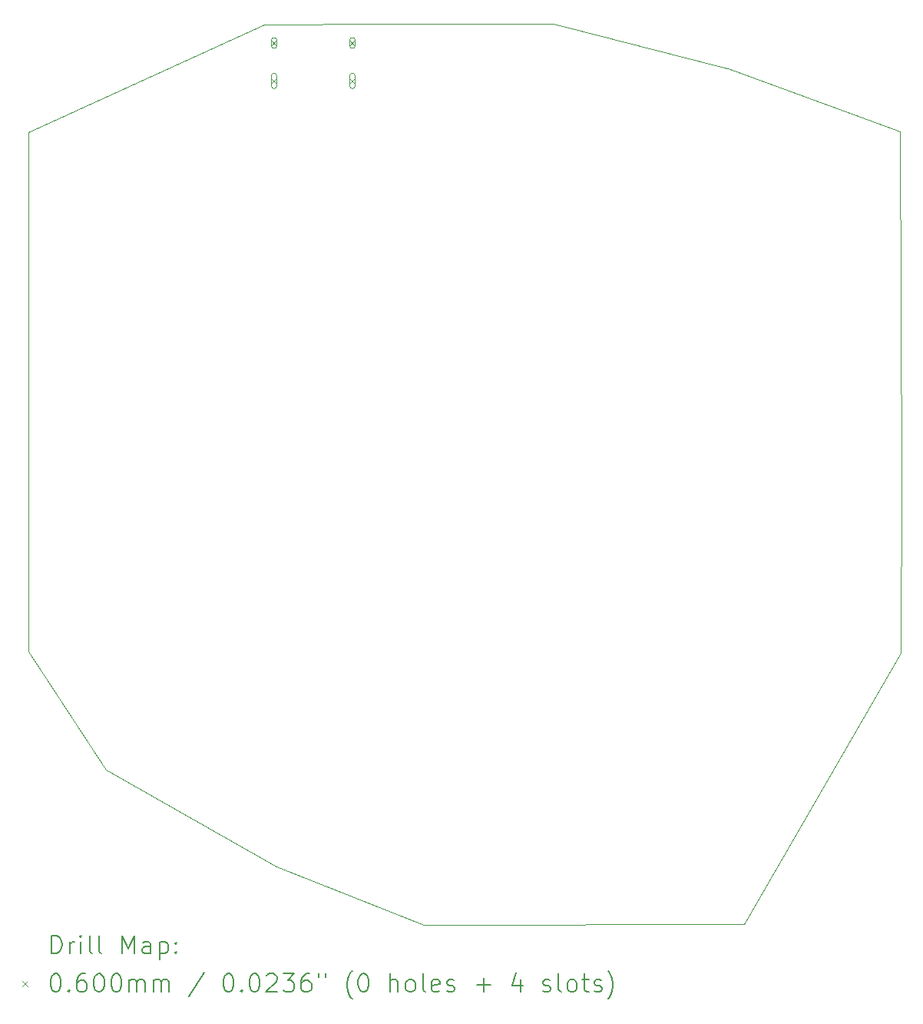
<source format=gbr>
%TF.GenerationSoftware,KiCad,Pcbnew,7.0.9-7.0.9~ubuntu22.04.1*%
%TF.CreationDate,2023-11-28T13:06:25+03:00*%
%TF.ProjectId,Keeb,4b656562-2e6b-4696-9361-645f70636258,rev?*%
%TF.SameCoordinates,Original*%
%TF.FileFunction,Drillmap*%
%TF.FilePolarity,Positive*%
%FSLAX45Y45*%
G04 Gerber Fmt 4.5, Leading zero omitted, Abs format (unit mm)*
G04 Created by KiCad (PCBNEW 7.0.9-7.0.9~ubuntu22.04.1) date 2023-11-28 13:06:25*
%MOMM*%
%LPD*%
G01*
G04 APERTURE LIST*
%ADD10C,0.050000*%
%ADD11C,0.200000*%
%ADD12C,0.100000*%
G04 APERTURE END LIST*
D10*
X17893000Y-3886000D02*
X17900000Y-3886000D01*
X19800000Y-4582000D01*
X19810000Y-8436000D01*
X19805000Y-10328000D01*
X18076000Y-13319000D01*
X14544000Y-13327000D01*
X12922000Y-12678000D01*
X11043000Y-11612000D01*
X10190000Y-10309294D01*
X10183000Y-4587294D01*
X12789000Y-3399000D01*
X14076000Y-3396294D01*
X15976000Y-3396294D01*
X17893000Y-3886000D01*
D11*
D12*
X12864500Y-3574000D02*
X12924500Y-3634000D01*
X12924500Y-3574000D02*
X12864500Y-3634000D01*
X12924500Y-3634000D02*
X12924500Y-3574000D01*
X12924500Y-3574000D02*
G75*
G03*
X12864500Y-3574000I-30000J0D01*
G01*
X12864500Y-3574000D02*
X12864500Y-3634000D01*
X12864500Y-3634000D02*
G75*
G03*
X12924500Y-3634000I30000J0D01*
G01*
X12864500Y-3992000D02*
X12924500Y-4052000D01*
X12924500Y-3992000D02*
X12864500Y-4052000D01*
X12924500Y-4077000D02*
X12924500Y-3967000D01*
X12924500Y-3967000D02*
G75*
G03*
X12864500Y-3967000I-30000J0D01*
G01*
X12864500Y-3967000D02*
X12864500Y-4077000D01*
X12864500Y-4077000D02*
G75*
G03*
X12924500Y-4077000I30000J0D01*
G01*
X13728500Y-3574000D02*
X13788500Y-3634000D01*
X13788500Y-3574000D02*
X13728500Y-3634000D01*
X13788500Y-3634000D02*
X13788500Y-3574000D01*
X13788500Y-3574000D02*
G75*
G03*
X13728500Y-3574000I-30000J0D01*
G01*
X13728500Y-3574000D02*
X13728500Y-3634000D01*
X13728500Y-3634000D02*
G75*
G03*
X13788500Y-3634000I30000J0D01*
G01*
X13728500Y-3992000D02*
X13788500Y-4052000D01*
X13788500Y-3992000D02*
X13728500Y-4052000D01*
X13788500Y-4077000D02*
X13788500Y-3967000D01*
X13788500Y-3967000D02*
G75*
G03*
X13728500Y-3967000I-30000J0D01*
G01*
X13728500Y-3967000D02*
X13728500Y-4077000D01*
X13728500Y-4077000D02*
G75*
G03*
X13788500Y-4077000I30000J0D01*
G01*
D11*
X10441277Y-13640984D02*
X10441277Y-13440984D01*
X10441277Y-13440984D02*
X10488896Y-13440984D01*
X10488896Y-13440984D02*
X10517467Y-13450508D01*
X10517467Y-13450508D02*
X10536515Y-13469555D01*
X10536515Y-13469555D02*
X10546039Y-13488603D01*
X10546039Y-13488603D02*
X10555563Y-13526698D01*
X10555563Y-13526698D02*
X10555563Y-13555269D01*
X10555563Y-13555269D02*
X10546039Y-13593365D01*
X10546039Y-13593365D02*
X10536515Y-13612412D01*
X10536515Y-13612412D02*
X10517467Y-13631460D01*
X10517467Y-13631460D02*
X10488896Y-13640984D01*
X10488896Y-13640984D02*
X10441277Y-13640984D01*
X10641277Y-13640984D02*
X10641277Y-13507650D01*
X10641277Y-13545746D02*
X10650801Y-13526698D01*
X10650801Y-13526698D02*
X10660324Y-13517174D01*
X10660324Y-13517174D02*
X10679372Y-13507650D01*
X10679372Y-13507650D02*
X10698420Y-13507650D01*
X10765086Y-13640984D02*
X10765086Y-13507650D01*
X10765086Y-13440984D02*
X10755563Y-13450508D01*
X10755563Y-13450508D02*
X10765086Y-13460031D01*
X10765086Y-13460031D02*
X10774610Y-13450508D01*
X10774610Y-13450508D02*
X10765086Y-13440984D01*
X10765086Y-13440984D02*
X10765086Y-13460031D01*
X10888896Y-13640984D02*
X10869848Y-13631460D01*
X10869848Y-13631460D02*
X10860324Y-13612412D01*
X10860324Y-13612412D02*
X10860324Y-13440984D01*
X10993658Y-13640984D02*
X10974610Y-13631460D01*
X10974610Y-13631460D02*
X10965086Y-13612412D01*
X10965086Y-13612412D02*
X10965086Y-13440984D01*
X11222229Y-13640984D02*
X11222229Y-13440984D01*
X11222229Y-13440984D02*
X11288896Y-13583841D01*
X11288896Y-13583841D02*
X11355562Y-13440984D01*
X11355562Y-13440984D02*
X11355562Y-13640984D01*
X11536515Y-13640984D02*
X11536515Y-13536222D01*
X11536515Y-13536222D02*
X11526991Y-13517174D01*
X11526991Y-13517174D02*
X11507943Y-13507650D01*
X11507943Y-13507650D02*
X11469848Y-13507650D01*
X11469848Y-13507650D02*
X11450801Y-13517174D01*
X11536515Y-13631460D02*
X11517467Y-13640984D01*
X11517467Y-13640984D02*
X11469848Y-13640984D01*
X11469848Y-13640984D02*
X11450801Y-13631460D01*
X11450801Y-13631460D02*
X11441277Y-13612412D01*
X11441277Y-13612412D02*
X11441277Y-13593365D01*
X11441277Y-13593365D02*
X11450801Y-13574317D01*
X11450801Y-13574317D02*
X11469848Y-13564793D01*
X11469848Y-13564793D02*
X11517467Y-13564793D01*
X11517467Y-13564793D02*
X11536515Y-13555269D01*
X11631753Y-13507650D02*
X11631753Y-13707650D01*
X11631753Y-13517174D02*
X11650801Y-13507650D01*
X11650801Y-13507650D02*
X11688896Y-13507650D01*
X11688896Y-13507650D02*
X11707943Y-13517174D01*
X11707943Y-13517174D02*
X11717467Y-13526698D01*
X11717467Y-13526698D02*
X11726991Y-13545746D01*
X11726991Y-13545746D02*
X11726991Y-13602888D01*
X11726991Y-13602888D02*
X11717467Y-13621936D01*
X11717467Y-13621936D02*
X11707943Y-13631460D01*
X11707943Y-13631460D02*
X11688896Y-13640984D01*
X11688896Y-13640984D02*
X11650801Y-13640984D01*
X11650801Y-13640984D02*
X11631753Y-13631460D01*
X11812705Y-13621936D02*
X11822229Y-13631460D01*
X11822229Y-13631460D02*
X11812705Y-13640984D01*
X11812705Y-13640984D02*
X11803182Y-13631460D01*
X11803182Y-13631460D02*
X11812705Y-13621936D01*
X11812705Y-13621936D02*
X11812705Y-13640984D01*
X11812705Y-13517174D02*
X11822229Y-13526698D01*
X11822229Y-13526698D02*
X11812705Y-13536222D01*
X11812705Y-13536222D02*
X11803182Y-13526698D01*
X11803182Y-13526698D02*
X11812705Y-13517174D01*
X11812705Y-13517174D02*
X11812705Y-13536222D01*
D12*
X10120500Y-13939500D02*
X10180500Y-13999500D01*
X10180500Y-13939500D02*
X10120500Y-13999500D01*
D11*
X10479372Y-13860984D02*
X10498420Y-13860984D01*
X10498420Y-13860984D02*
X10517467Y-13870508D01*
X10517467Y-13870508D02*
X10526991Y-13880031D01*
X10526991Y-13880031D02*
X10536515Y-13899079D01*
X10536515Y-13899079D02*
X10546039Y-13937174D01*
X10546039Y-13937174D02*
X10546039Y-13984793D01*
X10546039Y-13984793D02*
X10536515Y-14022888D01*
X10536515Y-14022888D02*
X10526991Y-14041936D01*
X10526991Y-14041936D02*
X10517467Y-14051460D01*
X10517467Y-14051460D02*
X10498420Y-14060984D01*
X10498420Y-14060984D02*
X10479372Y-14060984D01*
X10479372Y-14060984D02*
X10460324Y-14051460D01*
X10460324Y-14051460D02*
X10450801Y-14041936D01*
X10450801Y-14041936D02*
X10441277Y-14022888D01*
X10441277Y-14022888D02*
X10431753Y-13984793D01*
X10431753Y-13984793D02*
X10431753Y-13937174D01*
X10431753Y-13937174D02*
X10441277Y-13899079D01*
X10441277Y-13899079D02*
X10450801Y-13880031D01*
X10450801Y-13880031D02*
X10460324Y-13870508D01*
X10460324Y-13870508D02*
X10479372Y-13860984D01*
X10631753Y-14041936D02*
X10641277Y-14051460D01*
X10641277Y-14051460D02*
X10631753Y-14060984D01*
X10631753Y-14060984D02*
X10622229Y-14051460D01*
X10622229Y-14051460D02*
X10631753Y-14041936D01*
X10631753Y-14041936D02*
X10631753Y-14060984D01*
X10812705Y-13860984D02*
X10774610Y-13860984D01*
X10774610Y-13860984D02*
X10755563Y-13870508D01*
X10755563Y-13870508D02*
X10746039Y-13880031D01*
X10746039Y-13880031D02*
X10726991Y-13908603D01*
X10726991Y-13908603D02*
X10717467Y-13946698D01*
X10717467Y-13946698D02*
X10717467Y-14022888D01*
X10717467Y-14022888D02*
X10726991Y-14041936D01*
X10726991Y-14041936D02*
X10736515Y-14051460D01*
X10736515Y-14051460D02*
X10755563Y-14060984D01*
X10755563Y-14060984D02*
X10793658Y-14060984D01*
X10793658Y-14060984D02*
X10812705Y-14051460D01*
X10812705Y-14051460D02*
X10822229Y-14041936D01*
X10822229Y-14041936D02*
X10831753Y-14022888D01*
X10831753Y-14022888D02*
X10831753Y-13975269D01*
X10831753Y-13975269D02*
X10822229Y-13956222D01*
X10822229Y-13956222D02*
X10812705Y-13946698D01*
X10812705Y-13946698D02*
X10793658Y-13937174D01*
X10793658Y-13937174D02*
X10755563Y-13937174D01*
X10755563Y-13937174D02*
X10736515Y-13946698D01*
X10736515Y-13946698D02*
X10726991Y-13956222D01*
X10726991Y-13956222D02*
X10717467Y-13975269D01*
X10955563Y-13860984D02*
X10974610Y-13860984D01*
X10974610Y-13860984D02*
X10993658Y-13870508D01*
X10993658Y-13870508D02*
X11003182Y-13880031D01*
X11003182Y-13880031D02*
X11012705Y-13899079D01*
X11012705Y-13899079D02*
X11022229Y-13937174D01*
X11022229Y-13937174D02*
X11022229Y-13984793D01*
X11022229Y-13984793D02*
X11012705Y-14022888D01*
X11012705Y-14022888D02*
X11003182Y-14041936D01*
X11003182Y-14041936D02*
X10993658Y-14051460D01*
X10993658Y-14051460D02*
X10974610Y-14060984D01*
X10974610Y-14060984D02*
X10955563Y-14060984D01*
X10955563Y-14060984D02*
X10936515Y-14051460D01*
X10936515Y-14051460D02*
X10926991Y-14041936D01*
X10926991Y-14041936D02*
X10917467Y-14022888D01*
X10917467Y-14022888D02*
X10907944Y-13984793D01*
X10907944Y-13984793D02*
X10907944Y-13937174D01*
X10907944Y-13937174D02*
X10917467Y-13899079D01*
X10917467Y-13899079D02*
X10926991Y-13880031D01*
X10926991Y-13880031D02*
X10936515Y-13870508D01*
X10936515Y-13870508D02*
X10955563Y-13860984D01*
X11146039Y-13860984D02*
X11165086Y-13860984D01*
X11165086Y-13860984D02*
X11184134Y-13870508D01*
X11184134Y-13870508D02*
X11193658Y-13880031D01*
X11193658Y-13880031D02*
X11203182Y-13899079D01*
X11203182Y-13899079D02*
X11212705Y-13937174D01*
X11212705Y-13937174D02*
X11212705Y-13984793D01*
X11212705Y-13984793D02*
X11203182Y-14022888D01*
X11203182Y-14022888D02*
X11193658Y-14041936D01*
X11193658Y-14041936D02*
X11184134Y-14051460D01*
X11184134Y-14051460D02*
X11165086Y-14060984D01*
X11165086Y-14060984D02*
X11146039Y-14060984D01*
X11146039Y-14060984D02*
X11126991Y-14051460D01*
X11126991Y-14051460D02*
X11117467Y-14041936D01*
X11117467Y-14041936D02*
X11107944Y-14022888D01*
X11107944Y-14022888D02*
X11098420Y-13984793D01*
X11098420Y-13984793D02*
X11098420Y-13937174D01*
X11098420Y-13937174D02*
X11107944Y-13899079D01*
X11107944Y-13899079D02*
X11117467Y-13880031D01*
X11117467Y-13880031D02*
X11126991Y-13870508D01*
X11126991Y-13870508D02*
X11146039Y-13860984D01*
X11298420Y-14060984D02*
X11298420Y-13927650D01*
X11298420Y-13946698D02*
X11307943Y-13937174D01*
X11307943Y-13937174D02*
X11326991Y-13927650D01*
X11326991Y-13927650D02*
X11355563Y-13927650D01*
X11355563Y-13927650D02*
X11374610Y-13937174D01*
X11374610Y-13937174D02*
X11384134Y-13956222D01*
X11384134Y-13956222D02*
X11384134Y-14060984D01*
X11384134Y-13956222D02*
X11393658Y-13937174D01*
X11393658Y-13937174D02*
X11412705Y-13927650D01*
X11412705Y-13927650D02*
X11441277Y-13927650D01*
X11441277Y-13927650D02*
X11460324Y-13937174D01*
X11460324Y-13937174D02*
X11469848Y-13956222D01*
X11469848Y-13956222D02*
X11469848Y-14060984D01*
X11565086Y-14060984D02*
X11565086Y-13927650D01*
X11565086Y-13946698D02*
X11574610Y-13937174D01*
X11574610Y-13937174D02*
X11593658Y-13927650D01*
X11593658Y-13927650D02*
X11622229Y-13927650D01*
X11622229Y-13927650D02*
X11641277Y-13937174D01*
X11641277Y-13937174D02*
X11650801Y-13956222D01*
X11650801Y-13956222D02*
X11650801Y-14060984D01*
X11650801Y-13956222D02*
X11660324Y-13937174D01*
X11660324Y-13937174D02*
X11679372Y-13927650D01*
X11679372Y-13927650D02*
X11707943Y-13927650D01*
X11707943Y-13927650D02*
X11726991Y-13937174D01*
X11726991Y-13937174D02*
X11736515Y-13956222D01*
X11736515Y-13956222D02*
X11736515Y-14060984D01*
X12126991Y-13851460D02*
X11955563Y-14108603D01*
X12384134Y-13860984D02*
X12403182Y-13860984D01*
X12403182Y-13860984D02*
X12422229Y-13870508D01*
X12422229Y-13870508D02*
X12431753Y-13880031D01*
X12431753Y-13880031D02*
X12441277Y-13899079D01*
X12441277Y-13899079D02*
X12450801Y-13937174D01*
X12450801Y-13937174D02*
X12450801Y-13984793D01*
X12450801Y-13984793D02*
X12441277Y-14022888D01*
X12441277Y-14022888D02*
X12431753Y-14041936D01*
X12431753Y-14041936D02*
X12422229Y-14051460D01*
X12422229Y-14051460D02*
X12403182Y-14060984D01*
X12403182Y-14060984D02*
X12384134Y-14060984D01*
X12384134Y-14060984D02*
X12365086Y-14051460D01*
X12365086Y-14051460D02*
X12355563Y-14041936D01*
X12355563Y-14041936D02*
X12346039Y-14022888D01*
X12346039Y-14022888D02*
X12336515Y-13984793D01*
X12336515Y-13984793D02*
X12336515Y-13937174D01*
X12336515Y-13937174D02*
X12346039Y-13899079D01*
X12346039Y-13899079D02*
X12355563Y-13880031D01*
X12355563Y-13880031D02*
X12365086Y-13870508D01*
X12365086Y-13870508D02*
X12384134Y-13860984D01*
X12536515Y-14041936D02*
X12546039Y-14051460D01*
X12546039Y-14051460D02*
X12536515Y-14060984D01*
X12536515Y-14060984D02*
X12526991Y-14051460D01*
X12526991Y-14051460D02*
X12536515Y-14041936D01*
X12536515Y-14041936D02*
X12536515Y-14060984D01*
X12669848Y-13860984D02*
X12688896Y-13860984D01*
X12688896Y-13860984D02*
X12707944Y-13870508D01*
X12707944Y-13870508D02*
X12717467Y-13880031D01*
X12717467Y-13880031D02*
X12726991Y-13899079D01*
X12726991Y-13899079D02*
X12736515Y-13937174D01*
X12736515Y-13937174D02*
X12736515Y-13984793D01*
X12736515Y-13984793D02*
X12726991Y-14022888D01*
X12726991Y-14022888D02*
X12717467Y-14041936D01*
X12717467Y-14041936D02*
X12707944Y-14051460D01*
X12707944Y-14051460D02*
X12688896Y-14060984D01*
X12688896Y-14060984D02*
X12669848Y-14060984D01*
X12669848Y-14060984D02*
X12650801Y-14051460D01*
X12650801Y-14051460D02*
X12641277Y-14041936D01*
X12641277Y-14041936D02*
X12631753Y-14022888D01*
X12631753Y-14022888D02*
X12622229Y-13984793D01*
X12622229Y-13984793D02*
X12622229Y-13937174D01*
X12622229Y-13937174D02*
X12631753Y-13899079D01*
X12631753Y-13899079D02*
X12641277Y-13880031D01*
X12641277Y-13880031D02*
X12650801Y-13870508D01*
X12650801Y-13870508D02*
X12669848Y-13860984D01*
X12812706Y-13880031D02*
X12822229Y-13870508D01*
X12822229Y-13870508D02*
X12841277Y-13860984D01*
X12841277Y-13860984D02*
X12888896Y-13860984D01*
X12888896Y-13860984D02*
X12907944Y-13870508D01*
X12907944Y-13870508D02*
X12917467Y-13880031D01*
X12917467Y-13880031D02*
X12926991Y-13899079D01*
X12926991Y-13899079D02*
X12926991Y-13918127D01*
X12926991Y-13918127D02*
X12917467Y-13946698D01*
X12917467Y-13946698D02*
X12803182Y-14060984D01*
X12803182Y-14060984D02*
X12926991Y-14060984D01*
X12993658Y-13860984D02*
X13117467Y-13860984D01*
X13117467Y-13860984D02*
X13050801Y-13937174D01*
X13050801Y-13937174D02*
X13079372Y-13937174D01*
X13079372Y-13937174D02*
X13098420Y-13946698D01*
X13098420Y-13946698D02*
X13107944Y-13956222D01*
X13107944Y-13956222D02*
X13117467Y-13975269D01*
X13117467Y-13975269D02*
X13117467Y-14022888D01*
X13117467Y-14022888D02*
X13107944Y-14041936D01*
X13107944Y-14041936D02*
X13098420Y-14051460D01*
X13098420Y-14051460D02*
X13079372Y-14060984D01*
X13079372Y-14060984D02*
X13022229Y-14060984D01*
X13022229Y-14060984D02*
X13003182Y-14051460D01*
X13003182Y-14051460D02*
X12993658Y-14041936D01*
X13288896Y-13860984D02*
X13250801Y-13860984D01*
X13250801Y-13860984D02*
X13231753Y-13870508D01*
X13231753Y-13870508D02*
X13222229Y-13880031D01*
X13222229Y-13880031D02*
X13203182Y-13908603D01*
X13203182Y-13908603D02*
X13193658Y-13946698D01*
X13193658Y-13946698D02*
X13193658Y-14022888D01*
X13193658Y-14022888D02*
X13203182Y-14041936D01*
X13203182Y-14041936D02*
X13212706Y-14051460D01*
X13212706Y-14051460D02*
X13231753Y-14060984D01*
X13231753Y-14060984D02*
X13269848Y-14060984D01*
X13269848Y-14060984D02*
X13288896Y-14051460D01*
X13288896Y-14051460D02*
X13298420Y-14041936D01*
X13298420Y-14041936D02*
X13307944Y-14022888D01*
X13307944Y-14022888D02*
X13307944Y-13975269D01*
X13307944Y-13975269D02*
X13298420Y-13956222D01*
X13298420Y-13956222D02*
X13288896Y-13946698D01*
X13288896Y-13946698D02*
X13269848Y-13937174D01*
X13269848Y-13937174D02*
X13231753Y-13937174D01*
X13231753Y-13937174D02*
X13212706Y-13946698D01*
X13212706Y-13946698D02*
X13203182Y-13956222D01*
X13203182Y-13956222D02*
X13193658Y-13975269D01*
X13384134Y-13860984D02*
X13384134Y-13899079D01*
X13460325Y-13860984D02*
X13460325Y-13899079D01*
X13755563Y-14137174D02*
X13746039Y-14127650D01*
X13746039Y-14127650D02*
X13726991Y-14099079D01*
X13726991Y-14099079D02*
X13717468Y-14080031D01*
X13717468Y-14080031D02*
X13707944Y-14051460D01*
X13707944Y-14051460D02*
X13698420Y-14003841D01*
X13698420Y-14003841D02*
X13698420Y-13965746D01*
X13698420Y-13965746D02*
X13707944Y-13918127D01*
X13707944Y-13918127D02*
X13717468Y-13889555D01*
X13717468Y-13889555D02*
X13726991Y-13870508D01*
X13726991Y-13870508D02*
X13746039Y-13841936D01*
X13746039Y-13841936D02*
X13755563Y-13832412D01*
X13869848Y-13860984D02*
X13888896Y-13860984D01*
X13888896Y-13860984D02*
X13907944Y-13870508D01*
X13907944Y-13870508D02*
X13917468Y-13880031D01*
X13917468Y-13880031D02*
X13926991Y-13899079D01*
X13926991Y-13899079D02*
X13936515Y-13937174D01*
X13936515Y-13937174D02*
X13936515Y-13984793D01*
X13936515Y-13984793D02*
X13926991Y-14022888D01*
X13926991Y-14022888D02*
X13917468Y-14041936D01*
X13917468Y-14041936D02*
X13907944Y-14051460D01*
X13907944Y-14051460D02*
X13888896Y-14060984D01*
X13888896Y-14060984D02*
X13869848Y-14060984D01*
X13869848Y-14060984D02*
X13850801Y-14051460D01*
X13850801Y-14051460D02*
X13841277Y-14041936D01*
X13841277Y-14041936D02*
X13831753Y-14022888D01*
X13831753Y-14022888D02*
X13822229Y-13984793D01*
X13822229Y-13984793D02*
X13822229Y-13937174D01*
X13822229Y-13937174D02*
X13831753Y-13899079D01*
X13831753Y-13899079D02*
X13841277Y-13880031D01*
X13841277Y-13880031D02*
X13850801Y-13870508D01*
X13850801Y-13870508D02*
X13869848Y-13860984D01*
X14174610Y-14060984D02*
X14174610Y-13860984D01*
X14260325Y-14060984D02*
X14260325Y-13956222D01*
X14260325Y-13956222D02*
X14250801Y-13937174D01*
X14250801Y-13937174D02*
X14231753Y-13927650D01*
X14231753Y-13927650D02*
X14203182Y-13927650D01*
X14203182Y-13927650D02*
X14184134Y-13937174D01*
X14184134Y-13937174D02*
X14174610Y-13946698D01*
X14384134Y-14060984D02*
X14365087Y-14051460D01*
X14365087Y-14051460D02*
X14355563Y-14041936D01*
X14355563Y-14041936D02*
X14346039Y-14022888D01*
X14346039Y-14022888D02*
X14346039Y-13965746D01*
X14346039Y-13965746D02*
X14355563Y-13946698D01*
X14355563Y-13946698D02*
X14365087Y-13937174D01*
X14365087Y-13937174D02*
X14384134Y-13927650D01*
X14384134Y-13927650D02*
X14412706Y-13927650D01*
X14412706Y-13927650D02*
X14431753Y-13937174D01*
X14431753Y-13937174D02*
X14441277Y-13946698D01*
X14441277Y-13946698D02*
X14450801Y-13965746D01*
X14450801Y-13965746D02*
X14450801Y-14022888D01*
X14450801Y-14022888D02*
X14441277Y-14041936D01*
X14441277Y-14041936D02*
X14431753Y-14051460D01*
X14431753Y-14051460D02*
X14412706Y-14060984D01*
X14412706Y-14060984D02*
X14384134Y-14060984D01*
X14565087Y-14060984D02*
X14546039Y-14051460D01*
X14546039Y-14051460D02*
X14536515Y-14032412D01*
X14536515Y-14032412D02*
X14536515Y-13860984D01*
X14717468Y-14051460D02*
X14698420Y-14060984D01*
X14698420Y-14060984D02*
X14660325Y-14060984D01*
X14660325Y-14060984D02*
X14641277Y-14051460D01*
X14641277Y-14051460D02*
X14631753Y-14032412D01*
X14631753Y-14032412D02*
X14631753Y-13956222D01*
X14631753Y-13956222D02*
X14641277Y-13937174D01*
X14641277Y-13937174D02*
X14660325Y-13927650D01*
X14660325Y-13927650D02*
X14698420Y-13927650D01*
X14698420Y-13927650D02*
X14717468Y-13937174D01*
X14717468Y-13937174D02*
X14726991Y-13956222D01*
X14726991Y-13956222D02*
X14726991Y-13975269D01*
X14726991Y-13975269D02*
X14631753Y-13994317D01*
X14803182Y-14051460D02*
X14822230Y-14060984D01*
X14822230Y-14060984D02*
X14860325Y-14060984D01*
X14860325Y-14060984D02*
X14879372Y-14051460D01*
X14879372Y-14051460D02*
X14888896Y-14032412D01*
X14888896Y-14032412D02*
X14888896Y-14022888D01*
X14888896Y-14022888D02*
X14879372Y-14003841D01*
X14879372Y-14003841D02*
X14860325Y-13994317D01*
X14860325Y-13994317D02*
X14831753Y-13994317D01*
X14831753Y-13994317D02*
X14812706Y-13984793D01*
X14812706Y-13984793D02*
X14803182Y-13965746D01*
X14803182Y-13965746D02*
X14803182Y-13956222D01*
X14803182Y-13956222D02*
X14812706Y-13937174D01*
X14812706Y-13937174D02*
X14831753Y-13927650D01*
X14831753Y-13927650D02*
X14860325Y-13927650D01*
X14860325Y-13927650D02*
X14879372Y-13937174D01*
X15126992Y-13984793D02*
X15279373Y-13984793D01*
X15203182Y-14060984D02*
X15203182Y-13908603D01*
X15612706Y-13927650D02*
X15612706Y-14060984D01*
X15565087Y-13851460D02*
X15517468Y-13994317D01*
X15517468Y-13994317D02*
X15641277Y-13994317D01*
X15860325Y-14051460D02*
X15879373Y-14060984D01*
X15879373Y-14060984D02*
X15917468Y-14060984D01*
X15917468Y-14060984D02*
X15936515Y-14051460D01*
X15936515Y-14051460D02*
X15946039Y-14032412D01*
X15946039Y-14032412D02*
X15946039Y-14022888D01*
X15946039Y-14022888D02*
X15936515Y-14003841D01*
X15936515Y-14003841D02*
X15917468Y-13994317D01*
X15917468Y-13994317D02*
X15888896Y-13994317D01*
X15888896Y-13994317D02*
X15869849Y-13984793D01*
X15869849Y-13984793D02*
X15860325Y-13965746D01*
X15860325Y-13965746D02*
X15860325Y-13956222D01*
X15860325Y-13956222D02*
X15869849Y-13937174D01*
X15869849Y-13937174D02*
X15888896Y-13927650D01*
X15888896Y-13927650D02*
X15917468Y-13927650D01*
X15917468Y-13927650D02*
X15936515Y-13937174D01*
X16060325Y-14060984D02*
X16041277Y-14051460D01*
X16041277Y-14051460D02*
X16031754Y-14032412D01*
X16031754Y-14032412D02*
X16031754Y-13860984D01*
X16165087Y-14060984D02*
X16146039Y-14051460D01*
X16146039Y-14051460D02*
X16136515Y-14041936D01*
X16136515Y-14041936D02*
X16126992Y-14022888D01*
X16126992Y-14022888D02*
X16126992Y-13965746D01*
X16126992Y-13965746D02*
X16136515Y-13946698D01*
X16136515Y-13946698D02*
X16146039Y-13937174D01*
X16146039Y-13937174D02*
X16165087Y-13927650D01*
X16165087Y-13927650D02*
X16193658Y-13927650D01*
X16193658Y-13927650D02*
X16212706Y-13937174D01*
X16212706Y-13937174D02*
X16222230Y-13946698D01*
X16222230Y-13946698D02*
X16231754Y-13965746D01*
X16231754Y-13965746D02*
X16231754Y-14022888D01*
X16231754Y-14022888D02*
X16222230Y-14041936D01*
X16222230Y-14041936D02*
X16212706Y-14051460D01*
X16212706Y-14051460D02*
X16193658Y-14060984D01*
X16193658Y-14060984D02*
X16165087Y-14060984D01*
X16288896Y-13927650D02*
X16365087Y-13927650D01*
X16317468Y-13860984D02*
X16317468Y-14032412D01*
X16317468Y-14032412D02*
X16326992Y-14051460D01*
X16326992Y-14051460D02*
X16346039Y-14060984D01*
X16346039Y-14060984D02*
X16365087Y-14060984D01*
X16422230Y-14051460D02*
X16441277Y-14060984D01*
X16441277Y-14060984D02*
X16479373Y-14060984D01*
X16479373Y-14060984D02*
X16498420Y-14051460D01*
X16498420Y-14051460D02*
X16507944Y-14032412D01*
X16507944Y-14032412D02*
X16507944Y-14022888D01*
X16507944Y-14022888D02*
X16498420Y-14003841D01*
X16498420Y-14003841D02*
X16479373Y-13994317D01*
X16479373Y-13994317D02*
X16450801Y-13994317D01*
X16450801Y-13994317D02*
X16431754Y-13984793D01*
X16431754Y-13984793D02*
X16422230Y-13965746D01*
X16422230Y-13965746D02*
X16422230Y-13956222D01*
X16422230Y-13956222D02*
X16431754Y-13937174D01*
X16431754Y-13937174D02*
X16450801Y-13927650D01*
X16450801Y-13927650D02*
X16479373Y-13927650D01*
X16479373Y-13927650D02*
X16498420Y-13937174D01*
X16574611Y-14137174D02*
X16584135Y-14127650D01*
X16584135Y-14127650D02*
X16603182Y-14099079D01*
X16603182Y-14099079D02*
X16612706Y-14080031D01*
X16612706Y-14080031D02*
X16622230Y-14051460D01*
X16622230Y-14051460D02*
X16631754Y-14003841D01*
X16631754Y-14003841D02*
X16631754Y-13965746D01*
X16631754Y-13965746D02*
X16622230Y-13918127D01*
X16622230Y-13918127D02*
X16612706Y-13889555D01*
X16612706Y-13889555D02*
X16603182Y-13870508D01*
X16603182Y-13870508D02*
X16584135Y-13841936D01*
X16584135Y-13841936D02*
X16574611Y-13832412D01*
M02*

</source>
